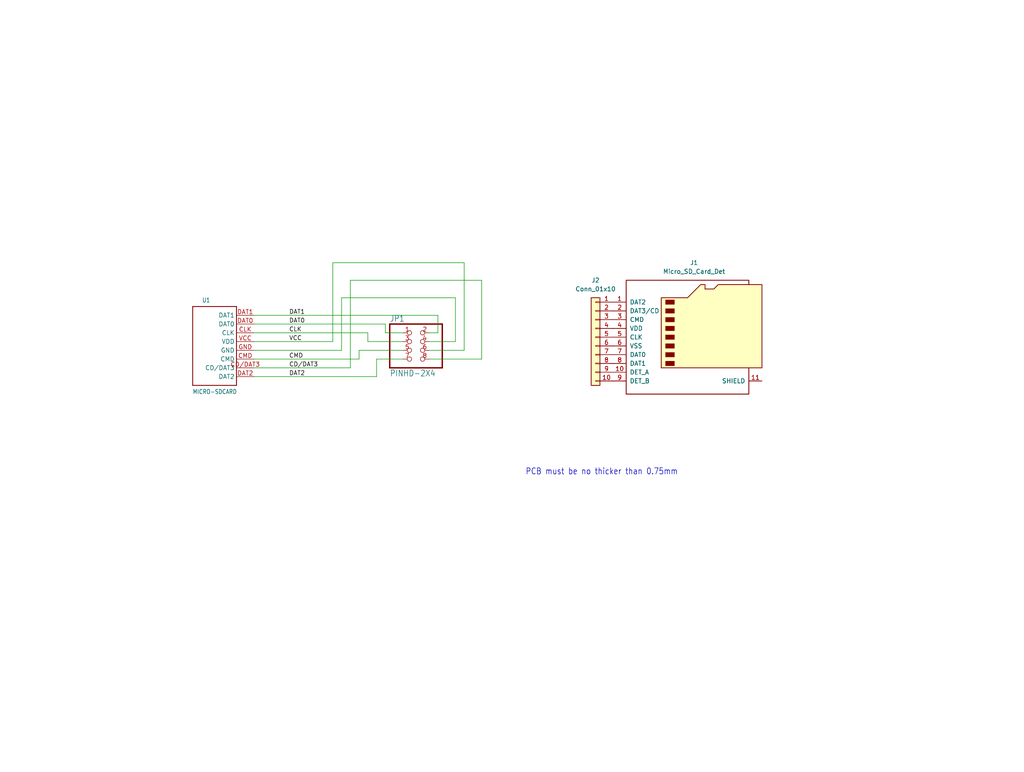
<source format=kicad_sch>
(kicad_sch
	(version 20231120)
	(generator "eeschema")
	(generator_version "8.0")
	(uuid "472e94c0-a898-4fa7-9e12-6667bf6d7653")
	(paper "User" 297.002 223.926)
	(title_block
		(comment 1 "PCB must be no thicker than 0.75mm")
	)
	(lib_symbols
		(symbol "Connector:Micro_SD_Card_Det"
			(pin_names
				(offset 1.016)
			)
			(exclude_from_sim no)
			(in_bom yes)
			(on_board yes)
			(property "Reference" "J"
				(at -16.51 17.78 0)
				(effects
					(font
						(size 1.27 1.27)
					)
				)
			)
			(property "Value" "Micro_SD_Card_Det"
				(at 16.51 17.78 0)
				(effects
					(font
						(size 1.27 1.27)
					)
					(justify right)
				)
			)
			(property "Footprint" ""
				(at 52.07 17.78 0)
				(effects
					(font
						(size 1.27 1.27)
					)
					(hide yes)
				)
			)
			(property "Datasheet" "https://www.hirose.com/product/en/download_file/key_name/DM3/category/Catalog/doc_file_id/49662/?file_category_id=4&item_id=195&is_series=1"
				(at 0 2.54 0)
				(effects
					(font
						(size 1.27 1.27)
					)
					(hide yes)
				)
			)
			(property "Description" "Micro SD Card Socket with card detection pins"
				(at 0 0 0)
				(effects
					(font
						(size 1.27 1.27)
					)
					(hide yes)
				)
			)
			(property "ki_keywords" "connector SD microsd"
				(at 0 0 0)
				(effects
					(font
						(size 1.27 1.27)
					)
					(hide yes)
				)
			)
			(property "ki_fp_filters" "microSD*"
				(at 0 0 0)
				(effects
					(font
						(size 1.27 1.27)
					)
					(hide yes)
				)
			)
			(symbol "Micro_SD_Card_Det_0_1"
				(rectangle
					(start -7.62 -6.985)
					(end -5.08 -8.255)
					(stroke
						(width 0)
						(type default)
					)
					(fill
						(type outline)
					)
				)
				(rectangle
					(start -7.62 -4.445)
					(end -5.08 -5.715)
					(stroke
						(width 0)
						(type default)
					)
					(fill
						(type outline)
					)
				)
				(rectangle
					(start -7.62 -1.905)
					(end -5.08 -3.175)
					(stroke
						(width 0)
						(type default)
					)
					(fill
						(type outline)
					)
				)
				(rectangle
					(start -7.62 0.635)
					(end -5.08 -0.635)
					(stroke
						(width 0)
						(type default)
					)
					(fill
						(type outline)
					)
				)
				(rectangle
					(start -7.62 3.175)
					(end -5.08 1.905)
					(stroke
						(width 0)
						(type default)
					)
					(fill
						(type outline)
					)
				)
				(rectangle
					(start -7.62 5.715)
					(end -5.08 4.445)
					(stroke
						(width 0)
						(type default)
					)
					(fill
						(type outline)
					)
				)
				(rectangle
					(start -7.62 8.255)
					(end -5.08 6.985)
					(stroke
						(width 0)
						(type default)
					)
					(fill
						(type outline)
					)
				)
				(rectangle
					(start -7.62 10.795)
					(end -5.08 9.525)
					(stroke
						(width 0)
						(type default)
					)
					(fill
						(type outline)
					)
				)
				(polyline
					(pts
						(xy 16.51 15.24) (xy 16.51 16.51) (xy -19.05 16.51) (xy -19.05 -16.51) (xy 16.51 -16.51) (xy 16.51 -8.89)
					)
					(stroke
						(width 0.254)
						(type default)
					)
					(fill
						(type none)
					)
				)
				(polyline
					(pts
						(xy -8.89 -8.89) (xy -8.89 11.43) (xy -1.27 11.43) (xy 2.54 15.24) (xy 3.81 15.24) (xy 3.81 13.97)
						(xy 6.35 13.97) (xy 7.62 15.24) (xy 20.32 15.24) (xy 20.32 -8.89) (xy -8.89 -8.89)
					)
					(stroke
						(width 0.254)
						(type default)
					)
					(fill
						(type background)
					)
				)
			)
			(symbol "Micro_SD_Card_Det_1_1"
				(pin bidirectional line
					(at -22.86 10.16 0)
					(length 3.81)
					(name "DAT2"
						(effects
							(font
								(size 1.27 1.27)
							)
						)
					)
					(number "1"
						(effects
							(font
								(size 1.27 1.27)
							)
						)
					)
				)
				(pin passive line
					(at -22.86 -10.16 0)
					(length 3.81)
					(name "DET_A"
						(effects
							(font
								(size 1.27 1.27)
							)
						)
					)
					(number "10"
						(effects
							(font
								(size 1.27 1.27)
							)
						)
					)
				)
				(pin passive line
					(at 20.32 -12.7 180)
					(length 3.81)
					(name "SHIELD"
						(effects
							(font
								(size 1.27 1.27)
							)
						)
					)
					(number "11"
						(effects
							(font
								(size 1.27 1.27)
							)
						)
					)
				)
				(pin bidirectional line
					(at -22.86 7.62 0)
					(length 3.81)
					(name "DAT3/CD"
						(effects
							(font
								(size 1.27 1.27)
							)
						)
					)
					(number "2"
						(effects
							(font
								(size 1.27 1.27)
							)
						)
					)
				)
				(pin input line
					(at -22.86 5.08 0)
					(length 3.81)
					(name "CMD"
						(effects
							(font
								(size 1.27 1.27)
							)
						)
					)
					(number "3"
						(effects
							(font
								(size 1.27 1.27)
							)
						)
					)
				)
				(pin power_in line
					(at -22.86 2.54 0)
					(length 3.81)
					(name "VDD"
						(effects
							(font
								(size 1.27 1.27)
							)
						)
					)
					(number "4"
						(effects
							(font
								(size 1.27 1.27)
							)
						)
					)
				)
				(pin input line
					(at -22.86 0 0)
					(length 3.81)
					(name "CLK"
						(effects
							(font
								(size 1.27 1.27)
							)
						)
					)
					(number "5"
						(effects
							(font
								(size 1.27 1.27)
							)
						)
					)
				)
				(pin power_in line
					(at -22.86 -2.54 0)
					(length 3.81)
					(name "VSS"
						(effects
							(font
								(size 1.27 1.27)
							)
						)
					)
					(number "6"
						(effects
							(font
								(size 1.27 1.27)
							)
						)
					)
				)
				(pin bidirectional line
					(at -22.86 -5.08 0)
					(length 3.81)
					(name "DAT0"
						(effects
							(font
								(size 1.27 1.27)
							)
						)
					)
					(number "7"
						(effects
							(font
								(size 1.27 1.27)
							)
						)
					)
				)
				(pin bidirectional line
					(at -22.86 -7.62 0)
					(length 3.81)
					(name "DAT1"
						(effects
							(font
								(size 1.27 1.27)
							)
						)
					)
					(number "8"
						(effects
							(font
								(size 1.27 1.27)
							)
						)
					)
				)
				(pin passive line
					(at -22.86 -12.7 0)
					(length 3.81)
					(name "DET_B"
						(effects
							(font
								(size 1.27 1.27)
							)
						)
					)
					(number "9"
						(effects
							(font
								(size 1.27 1.27)
							)
						)
					)
				)
			)
		)
		(symbol "Connector_Generic:Conn_01x10"
			(pin_names
				(offset 1.016) hide)
			(exclude_from_sim no)
			(in_bom yes)
			(on_board yes)
			(property "Reference" "J"
				(at 0 12.7 0)
				(effects
					(font
						(size 1.27 1.27)
					)
				)
			)
			(property "Value" "Conn_01x10"
				(at 0 -15.24 0)
				(effects
					(font
						(size 1.27 1.27)
					)
				)
			)
			(property "Footprint" ""
				(at 0 0 0)
				(effects
					(font
						(size 1.27 1.27)
					)
					(hide yes)
				)
			)
			(property "Datasheet" "~"
				(at 0 0 0)
				(effects
					(font
						(size 1.27 1.27)
					)
					(hide yes)
				)
			)
			(property "Description" "Generic connector, single row, 01x10, script generated (kicad-library-utils/schlib/autogen/connector/)"
				(at 0 0 0)
				(effects
					(font
						(size 1.27 1.27)
					)
					(hide yes)
				)
			)
			(property "ki_keywords" "connector"
				(at 0 0 0)
				(effects
					(font
						(size 1.27 1.27)
					)
					(hide yes)
				)
			)
			(property "ki_fp_filters" "Connector*:*_1x??_*"
				(at 0 0 0)
				(effects
					(font
						(size 1.27 1.27)
					)
					(hide yes)
				)
			)
			(symbol "Conn_01x10_1_1"
				(rectangle
					(start -1.27 -12.573)
					(end 0 -12.827)
					(stroke
						(width 0.1524)
						(type default)
					)
					(fill
						(type none)
					)
				)
				(rectangle
					(start -1.27 -10.033)
					(end 0 -10.287)
					(stroke
						(width 0.1524)
						(type default)
					)
					(fill
						(type none)
					)
				)
				(rectangle
					(start -1.27 -7.493)
					(end 0 -7.747)
					(stroke
						(width 0.1524)
						(type default)
					)
					(fill
						(type none)
					)
				)
				(rectangle
					(start -1.27 -4.953)
					(end 0 -5.207)
					(stroke
						(width 0.1524)
						(type default)
					)
					(fill
						(type none)
					)
				)
				(rectangle
					(start -1.27 -2.413)
					(end 0 -2.667)
					(stroke
						(width 0.1524)
						(type default)
					)
					(fill
						(type none)
					)
				)
				(rectangle
					(start -1.27 0.127)
					(end 0 -0.127)
					(stroke
						(width 0.1524)
						(type default)
					)
					(fill
						(type none)
					)
				)
				(rectangle
					(start -1.27 2.667)
					(end 0 2.413)
					(stroke
						(width 0.1524)
						(type default)
					)
					(fill
						(type none)
					)
				)
				(rectangle
					(start -1.27 5.207)
					(end 0 4.953)
					(stroke
						(width 0.1524)
						(type default)
					)
					(fill
						(type none)
					)
				)
				(rectangle
					(start -1.27 7.747)
					(end 0 7.493)
					(stroke
						(width 0.1524)
						(type default)
					)
					(fill
						(type none)
					)
				)
				(rectangle
					(start -1.27 10.287)
					(end 0 10.033)
					(stroke
						(width 0.1524)
						(type default)
					)
					(fill
						(type none)
					)
				)
				(rectangle
					(start -1.27 11.43)
					(end 1.27 -13.97)
					(stroke
						(width 0.254)
						(type default)
					)
					(fill
						(type background)
					)
				)
				(pin passive line
					(at -5.08 10.16 0)
					(length 3.81)
					(name "Pin_1"
						(effects
							(font
								(size 1.27 1.27)
							)
						)
					)
					(number "1"
						(effects
							(font
								(size 1.27 1.27)
							)
						)
					)
				)
				(pin passive line
					(at -5.08 -12.7 0)
					(length 3.81)
					(name "Pin_10"
						(effects
							(font
								(size 1.27 1.27)
							)
						)
					)
					(number "10"
						(effects
							(font
								(size 1.27 1.27)
							)
						)
					)
				)
				(pin passive line
					(at -5.08 7.62 0)
					(length 3.81)
					(name "Pin_2"
						(effects
							(font
								(size 1.27 1.27)
							)
						)
					)
					(number "2"
						(effects
							(font
								(size 1.27 1.27)
							)
						)
					)
				)
				(pin passive line
					(at -5.08 5.08 0)
					(length 3.81)
					(name "Pin_3"
						(effects
							(font
								(size 1.27 1.27)
							)
						)
					)
					(number "3"
						(effects
							(font
								(size 1.27 1.27)
							)
						)
					)
				)
				(pin passive line
					(at -5.08 2.54 0)
					(length 3.81)
					(name "Pin_4"
						(effects
							(font
								(size 1.27 1.27)
							)
						)
					)
					(number "4"
						(effects
							(font
								(size 1.27 1.27)
							)
						)
					)
				)
				(pin passive line
					(at -5.08 0 0)
					(length 3.81)
					(name "Pin_5"
						(effects
							(font
								(size 1.27 1.27)
							)
						)
					)
					(number "5"
						(effects
							(font
								(size 1.27 1.27)
							)
						)
					)
				)
				(pin passive line
					(at -5.08 -2.54 0)
					(length 3.81)
					(name "Pin_6"
						(effects
							(font
								(size 1.27 1.27)
							)
						)
					)
					(number "6"
						(effects
							(font
								(size 1.27 1.27)
							)
						)
					)
				)
				(pin passive line
					(at -5.08 -5.08 0)
					(length 3.81)
					(name "Pin_7"
						(effects
							(font
								(size 1.27 1.27)
							)
						)
					)
					(number "7"
						(effects
							(font
								(size 1.27 1.27)
							)
						)
					)
				)
				(pin passive line
					(at -5.08 -7.62 0)
					(length 3.81)
					(name "Pin_8"
						(effects
							(font
								(size 1.27 1.27)
							)
						)
					)
					(number "8"
						(effects
							(font
								(size 1.27 1.27)
							)
						)
					)
				)
				(pin passive line
					(at -5.08 -10.16 0)
					(length 3.81)
					(name "Pin_9"
						(effects
							(font
								(size 1.27 1.27)
							)
						)
					)
					(number "9"
						(effects
							(font
								(size 1.27 1.27)
							)
						)
					)
				)
			)
		)
		(symbol "SparkFun_MicroSD_Sniffer-eagle-import:PINHD-2X4"
			(exclude_from_sim no)
			(in_bom yes)
			(on_board yes)
			(property "Reference" "JP"
				(at -6.35 8.255 0)
				(effects
					(font
						(size 1.778 1.5113)
					)
					(justify left bottom)
				)
			)
			(property "Value" "PINHD-2X4"
				(at -6.35 -7.62 0)
				(effects
					(font
						(size 1.778 1.5113)
					)
					(justify left bottom)
				)
			)
			(property "Footprint" "SparkFun_MicroSD_Sniffer:2X04"
				(at 0 0 0)
				(effects
					(font
						(size 1.27 1.27)
					)
					(hide yes)
				)
			)
			(property "Datasheet" ""
				(at 0 0 0)
				(effects
					(font
						(size 1.27 1.27)
					)
					(hide yes)
				)
			)
			(property "Description" ""
				(at 0 0 0)
				(effects
					(font
						(size 1.27 1.27)
					)
					(hide yes)
				)
			)
			(property "ki_locked" ""
				(at 0 0 0)
				(effects
					(font
						(size 1.27 1.27)
					)
				)
			)
			(symbol "PINHD-2X4_1_0"
				(polyline
					(pts
						(xy -6.35 -5.08) (xy 8.89 -5.08)
					)
					(stroke
						(width 0.4064)
						(type default)
					)
					(fill
						(type none)
					)
				)
				(polyline
					(pts
						(xy -6.35 7.62) (xy -6.35 -5.08)
					)
					(stroke
						(width 0.4064)
						(type default)
					)
					(fill
						(type none)
					)
				)
				(polyline
					(pts
						(xy 8.89 -5.08) (xy 8.89 7.62)
					)
					(stroke
						(width 0.4064)
						(type default)
					)
					(fill
						(type none)
					)
				)
				(polyline
					(pts
						(xy 8.89 7.62) (xy -6.35 7.62)
					)
					(stroke
						(width 0.4064)
						(type default)
					)
					(fill
						(type none)
					)
				)
				(pin passive inverted
					(at -2.54 5.08 0)
					(length 2.54)
					(name "1"
						(effects
							(font
								(size 0 0)
							)
						)
					)
					(number "1"
						(effects
							(font
								(size 1.27 1.27)
							)
						)
					)
				)
				(pin passive inverted
					(at 5.08 5.08 180)
					(length 2.54)
					(name "2"
						(effects
							(font
								(size 0 0)
							)
						)
					)
					(number "2"
						(effects
							(font
								(size 1.27 1.27)
							)
						)
					)
				)
				(pin passive inverted
					(at -2.54 2.54 0)
					(length 2.54)
					(name "3"
						(effects
							(font
								(size 0 0)
							)
						)
					)
					(number "3"
						(effects
							(font
								(size 1.27 1.27)
							)
						)
					)
				)
				(pin passive inverted
					(at 5.08 2.54 180)
					(length 2.54)
					(name "4"
						(effects
							(font
								(size 0 0)
							)
						)
					)
					(number "4"
						(effects
							(font
								(size 1.27 1.27)
							)
						)
					)
				)
				(pin passive inverted
					(at -2.54 0 0)
					(length 2.54)
					(name "5"
						(effects
							(font
								(size 0 0)
							)
						)
					)
					(number "5"
						(effects
							(font
								(size 1.27 1.27)
							)
						)
					)
				)
				(pin passive inverted
					(at 5.08 0 180)
					(length 2.54)
					(name "6"
						(effects
							(font
								(size 0 0)
							)
						)
					)
					(number "6"
						(effects
							(font
								(size 1.27 1.27)
							)
						)
					)
				)
				(pin passive inverted
					(at -2.54 -2.54 0)
					(length 2.54)
					(name "7"
						(effects
							(font
								(size 0 0)
							)
						)
					)
					(number "7"
						(effects
							(font
								(size 1.27 1.27)
							)
						)
					)
				)
				(pin passive inverted
					(at 5.08 -2.54 180)
					(length 2.54)
					(name "8"
						(effects
							(font
								(size 0 0)
							)
						)
					)
					(number "8"
						(effects
							(font
								(size 1.27 1.27)
							)
						)
					)
				)
			)
		)
		(symbol "SparkFun_MicroSD_Sniffer-eagle-import:SPARKFUN_MICRO-SDCARD"
			(exclude_from_sim no)
			(in_bom yes)
			(on_board yes)
			(property "Reference" ""
				(at 5.08 25.4 0)
				(effects
					(font
						(size 1.27 1.0795)
					)
					(justify right top)
				)
			)
			(property "Value" "SPARKFUN_MICRO-SDCARD"
				(at 0 -2.54 0)
				(effects
					(font
						(size 1.27 1.0795)
					)
					(justify left bottom)
				)
			)
			(property "Footprint" "SparkFun_MicroSD_Sniffer:SPARKFUN_MICRO-SDCARD"
				(at 0 0 0)
				(effects
					(font
						(size 1.27 1.27)
					)
					(hide yes)
				)
			)
			(property "Datasheet" ""
				(at 0 0 0)
				(effects
					(font
						(size 1.27 1.27)
					)
					(hide yes)
				)
			)
			(property "Description" ""
				(at 0 0 0)
				(effects
					(font
						(size 1.27 1.27)
					)
					(hide yes)
				)
			)
			(property "ki_locked" ""
				(at 0 0 0)
				(effects
					(font
						(size 1.27 1.27)
					)
				)
			)
			(symbol "SPARKFUN_MICRO-SDCARD_1_0"
				(polyline
					(pts
						(xy 0 0) (xy 0 22.86)
					)
					(stroke
						(width 0.254)
						(type default)
					)
					(fill
						(type none)
					)
				)
				(polyline
					(pts
						(xy 0 22.86) (xy 12.7 22.86)
					)
					(stroke
						(width 0.254)
						(type default)
					)
					(fill
						(type none)
					)
				)
				(polyline
					(pts
						(xy 12.7 0) (xy 0 0)
					)
					(stroke
						(width 0.254)
						(type default)
					)
					(fill
						(type none)
					)
				)
				(polyline
					(pts
						(xy 12.7 22.86) (xy 12.7 0)
					)
					(stroke
						(width 0.254)
						(type default)
					)
					(fill
						(type none)
					)
				)
				(pin bidirectional line
					(at 17.78 5.08 180)
					(length 5.08)
					(name "CD/DAT3"
						(effects
							(font
								(size 1.27 1.27)
							)
						)
					)
					(number "CD/DAT3"
						(effects
							(font
								(size 1.27 1.27)
							)
						)
					)
				)
				(pin bidirectional line
					(at 17.78 15.24 180)
					(length 5.08)
					(name "CLK"
						(effects
							(font
								(size 1.27 1.27)
							)
						)
					)
					(number "CLK"
						(effects
							(font
								(size 1.27 1.27)
							)
						)
					)
				)
				(pin bidirectional line
					(at 17.78 7.62 180)
					(length 5.08)
					(name "CMD"
						(effects
							(font
								(size 1.27 1.27)
							)
						)
					)
					(number "CMD"
						(effects
							(font
								(size 1.27 1.27)
							)
						)
					)
				)
				(pin bidirectional line
					(at 17.78 17.78 180)
					(length 5.08)
					(name "DAT0"
						(effects
							(font
								(size 1.27 1.27)
							)
						)
					)
					(number "DAT0"
						(effects
							(font
								(size 1.27 1.27)
							)
						)
					)
				)
				(pin bidirectional line
					(at 17.78 20.32 180)
					(length 5.08)
					(name "DAT1"
						(effects
							(font
								(size 1.27 1.27)
							)
						)
					)
					(number "DAT1"
						(effects
							(font
								(size 1.27 1.27)
							)
						)
					)
				)
				(pin bidirectional line
					(at 17.78 2.54 180)
					(length 5.08)
					(name "DAT2"
						(effects
							(font
								(size 1.27 1.27)
							)
						)
					)
					(number "DAT2"
						(effects
							(font
								(size 1.27 1.27)
							)
						)
					)
				)
				(pin bidirectional line
					(at 17.78 10.16 180)
					(length 5.08)
					(name "GND"
						(effects
							(font
								(size 1.27 1.27)
							)
						)
					)
					(number "GND"
						(effects
							(font
								(size 1.27 1.27)
							)
						)
					)
				)
				(pin bidirectional line
					(at 17.78 12.7 180)
					(length 5.08)
					(name "VDD"
						(effects
							(font
								(size 1.27 1.27)
							)
						)
					)
					(number "VCC"
						(effects
							(font
								(size 1.27 1.27)
							)
						)
					)
				)
			)
		)
	)
	(wire
		(pts
			(xy 127 91.44) (xy 127 96.52)
		)
		(stroke
			(width 0)
			(type default)
		)
		(uuid "028ac1b4-e1ed-461b-997d-aadb6b1ef972")
	)
	(wire
		(pts
			(xy 99.06 101.6) (xy 99.06 86.36)
		)
		(stroke
			(width 0)
			(type default)
		)
		(uuid "0a152b35-cee2-4ae5-98f7-8023305fb425")
	)
	(wire
		(pts
			(xy 134.62 76.2) (xy 134.62 101.6)
		)
		(stroke
			(width 0)
			(type default)
		)
		(uuid "0aa4d9f2-137f-407a-ab80-92e4471b52a7")
	)
	(wire
		(pts
			(xy 96.52 76.2) (xy 134.62 76.2)
		)
		(stroke
			(width 0)
			(type default)
		)
		(uuid "27f37be1-f41b-4f91-9608-f709ea51242b")
	)
	(wire
		(pts
			(xy 73.66 96.52) (xy 106.68 96.52)
		)
		(stroke
			(width 0)
			(type default)
		)
		(uuid "39cc8ef5-d8dd-44aa-b9d9-32d81db2ef2a")
	)
	(wire
		(pts
			(xy 116.84 96.52) (xy 111.76 96.52)
		)
		(stroke
			(width 0)
			(type default)
		)
		(uuid "55278d41-f42d-4e48-a850-2204c21d0135")
	)
	(wire
		(pts
			(xy 73.66 104.14) (xy 104.14 104.14)
		)
		(stroke
			(width 0)
			(type default)
		)
		(uuid "5b6f374d-8259-4c2b-b68d-008e47d1c5ca")
	)
	(wire
		(pts
			(xy 73.66 106.68) (xy 101.6 106.68)
		)
		(stroke
			(width 0)
			(type default)
		)
		(uuid "68749e4e-c6fe-41eb-af3a-29aeb0706aa3")
	)
	(wire
		(pts
			(xy 101.6 81.28) (xy 139.7 81.28)
		)
		(stroke
			(width 0)
			(type default)
		)
		(uuid "6ca7e4a5-7bde-4f72-a85f-5d11aea31a8e")
	)
	(wire
		(pts
			(xy 73.66 91.44) (xy 127 91.44)
		)
		(stroke
			(width 0)
			(type default)
		)
		(uuid "711d1f2b-7c6f-4406-bf53-35aa8485f67f")
	)
	(wire
		(pts
			(xy 99.06 86.36) (xy 132.08 86.36)
		)
		(stroke
			(width 0)
			(type default)
		)
		(uuid "7aa052d0-9b16-4032-98c4-1554e6486510")
	)
	(wire
		(pts
			(xy 106.68 96.52) (xy 106.68 99.06)
		)
		(stroke
			(width 0)
			(type default)
		)
		(uuid "9ff08661-8e9f-4ada-a725-f016115e7a02")
	)
	(wire
		(pts
			(xy 73.66 93.98) (xy 111.76 93.98)
		)
		(stroke
			(width 0)
			(type default)
		)
		(uuid "b7ec94eb-e377-4843-a9d4-6c4661f41afb")
	)
	(wire
		(pts
			(xy 132.08 99.06) (xy 124.46 99.06)
		)
		(stroke
			(width 0)
			(type default)
		)
		(uuid "b7f80015-e90a-4fbe-b601-45518e1720d7")
	)
	(wire
		(pts
			(xy 73.66 101.6) (xy 99.06 101.6)
		)
		(stroke
			(width 0)
			(type default)
		)
		(uuid "bd70cb30-fb80-4819-8695-036c532484ae")
	)
	(wire
		(pts
			(xy 116.84 104.14) (xy 109.22 104.14)
		)
		(stroke
			(width 0)
			(type default)
		)
		(uuid "c10cd760-64f9-42b3-84bb-c8dd72b8b1f6")
	)
	(wire
		(pts
			(xy 96.52 99.06) (xy 96.52 76.2)
		)
		(stroke
			(width 0)
			(type default)
		)
		(uuid "c5ebcd84-ea47-4584-9ce7-ad7ea72104ec")
	)
	(wire
		(pts
			(xy 109.22 109.22) (xy 109.22 104.14)
		)
		(stroke
			(width 0)
			(type default)
		)
		(uuid "cd8b3a7a-7a5c-4730-986f-909c6e35d1ed")
	)
	(wire
		(pts
			(xy 104.14 101.6) (xy 116.84 101.6)
		)
		(stroke
			(width 0)
			(type default)
		)
		(uuid "cf2ca2b8-c110-4ac7-9be4-383392984644")
	)
	(wire
		(pts
			(xy 111.76 93.98) (xy 111.76 96.52)
		)
		(stroke
			(width 0)
			(type default)
		)
		(uuid "d8249d3a-6081-432d-aa74-a584290619e8")
	)
	(wire
		(pts
			(xy 139.7 81.28) (xy 139.7 104.14)
		)
		(stroke
			(width 0)
			(type default)
		)
		(uuid "d87da4fe-21f0-4657-8205-602e9208abb8")
	)
	(wire
		(pts
			(xy 116.84 99.06) (xy 106.68 99.06)
		)
		(stroke
			(width 0)
			(type default)
		)
		(uuid "d9ad94bb-34f0-4f1a-8524-bdaeaee863fb")
	)
	(wire
		(pts
			(xy 73.66 99.06) (xy 96.52 99.06)
		)
		(stroke
			(width 0)
			(type default)
		)
		(uuid "dffd2941-2541-43ee-97a9-79a0ab15f57d")
	)
	(wire
		(pts
			(xy 73.66 109.22) (xy 109.22 109.22)
		)
		(stroke
			(width 0)
			(type default)
		)
		(uuid "e06e8aa7-e153-48c0-a9d1-a19b5089c920")
	)
	(wire
		(pts
			(xy 101.6 106.68) (xy 101.6 81.28)
		)
		(stroke
			(width 0)
			(type default)
		)
		(uuid "e78a0281-86b2-4c0d-817d-12bc27d269bb")
	)
	(wire
		(pts
			(xy 124.46 96.52) (xy 127 96.52)
		)
		(stroke
			(width 0)
			(type default)
		)
		(uuid "e84c1345-f09e-4367-a88c-c0057c80e52f")
	)
	(wire
		(pts
			(xy 104.14 104.14) (xy 104.14 101.6)
		)
		(stroke
			(width 0)
			(type default)
		)
		(uuid "ee217293-ddc6-462b-afed-e924309e0558")
	)
	(wire
		(pts
			(xy 124.46 104.14) (xy 139.7 104.14)
		)
		(stroke
			(width 0)
			(type default)
		)
		(uuid "f2c4bfc6-de7b-44b0-8929-ec4bd5cebfe1")
	)
	(wire
		(pts
			(xy 132.08 86.36) (xy 132.08 99.06)
		)
		(stroke
			(width 0)
			(type default)
		)
		(uuid "ffa3077b-4b8f-4457-b85f-2611ac6fe647")
	)
	(wire
		(pts
			(xy 134.62 101.6) (xy 124.46 101.6)
		)
		(stroke
			(width 0)
			(type default)
		)
		(uuid "ffee5a36-5bf2-4c4a-b1fe-60fb5fb6d661")
	)
	(text "PCB must be no thicker than 0.75mm"
		(exclude_from_sim no)
		(at 152.4 137.922 0)
		(effects
			(font
				(size 1.778 1.5113)
			)
			(justify left bottom)
		)
		(uuid "01338850-e9ed-4272-b85d-8d56e9298864")
	)
	(label "DAT1"
		(at 83.82 91.44 0)
		(fields_autoplaced yes)
		(effects
			(font
				(size 1.2446 1.2446)
			)
			(justify left bottom)
		)
		(uuid "01a1e18e-1544-4b7c-930a-f0329542b117")
	)
	(label "CD/DAT3"
		(at 83.82 106.68 0)
		(fields_autoplaced yes)
		(effects
			(font
				(size 1.2446 1.2446)
			)
			(justify left bottom)
		)
		(uuid "4205242e-b1c9-487a-b0b5-87d7b7c82d79")
	)
	(label "DAT0"
		(at 83.82 93.98 0)
		(fields_autoplaced yes)
		(effects
			(font
				(size 1.2446 1.2446)
			)
			(justify left bottom)
		)
		(uuid "63f8faf9-ce7a-4843-8f70-16e6659d5142")
	)
	(label "VCC"
		(at 83.82 99.06 0)
		(fields_autoplaced yes)
		(effects
			(font
				(size 1.2446 1.2446)
			)
			(justify left bottom)
		)
		(uuid "6c6c213f-0125-4841-a04e-5210f411774b")
	)
	(label "CLK"
		(at 83.82 96.52 0)
		(fields_autoplaced yes)
		(effects
			(font
				(size 1.2446 1.2446)
			)
			(justify left bottom)
		)
		(uuid "7739676f-74a4-4276-8300-a92486fee4dc")
	)
	(label "CMD"
		(at 83.82 104.14 0)
		(fields_autoplaced yes)
		(effects
			(font
				(size 1.2446 1.2446)
			)
			(justify left bottom)
		)
		(uuid "81918f47-d111-4fbd-b94f-dab2f828be4c")
	)
	(label "DAT2"
		(at 83.82 109.22 0)
		(fields_autoplaced yes)
		(effects
			(font
				(size 1.2446 1.2446)
			)
			(justify left bottom)
		)
		(uuid "dc90f27a-0582-4841-9940-0576394bdc04")
	)
	(symbol
		(lib_id "Connector:Micro_SD_Card_Det")
		(at 200.66 97.79 0)
		(unit 1)
		(exclude_from_sim no)
		(in_bom yes)
		(on_board yes)
		(dnp no)
		(fields_autoplaced yes)
		(uuid "325f33ca-3e2f-400b-a27c-dce9977a2780")
		(property "Reference" "J1"
			(at 201.295 76.2 0)
			(effects
				(font
					(size 1.27 1.27)
				)
			)
		)
		(property "Value" "Micro_SD_Card_Det"
			(at 201.295 78.74 0)
			(effects
				(font
					(size 1.27 1.27)
				)
			)
		)
		(property "Footprint" ""
			(at 252.73 80.01 0)
			(effects
				(font
					(size 1.27 1.27)
				)
				(hide yes)
			)
		)
		(property "Datasheet" "https://www.hirose.com/product/en/download_file/key_name/DM3/category/Catalog/doc_file_id/49662/?file_category_id=4&item_id=195&is_series=1"
			(at 200.66 95.25 0)
			(effects
				(font
					(size 1.27 1.27)
				)
				(hide yes)
			)
		)
		(property "Description" ""
			(at 200.66 97.79 0)
			(effects
				(font
					(size 1.27 1.27)
				)
				(hide yes)
			)
		)
		(pin "1"
			(uuid "c96fb61f-984b-4e24-874e-ad2f1e86f9d7")
		)
		(pin "10"
			(uuid "8a3381a5-19d1-47f5-85b0-cf20b0f3bb61")
		)
		(pin "11"
			(uuid "a06bd114-6488-4d22-b31a-c3a8f70a2574")
		)
		(pin "2"
			(uuid "7f9c0307-e84d-4f8a-93be-34fc4b3feb89")
		)
		(pin "3"
			(uuid "db97118a-0872-4a5d-aaa5-b35f9498f22a")
		)
		(pin "4"
			(uuid "cc93ecb4-fd7b-48b7-868d-89f294f07c27")
		)
		(pin "5"
			(uuid "b4eddc61-2cab-493a-b874-62b106cef9f4")
		)
		(pin "6"
			(uuid "7b58219a-a31d-4ba4-804a-77c6d706d8bc")
		)
		(pin "7"
			(uuid "58728297-c362-4c70-a751-4d60ffa81b1a")
		)
		(pin "8"
			(uuid "5125c4d9-cf5c-4fe5-9dc8-c939e40fcd6f")
		)
		(pin "9"
			(uuid "5f7505cc-53a6-463b-b397-33ff845b1ac0")
		)
		(instances
			(project "microsd-snipper"
				(path "/472e94c0-a898-4fa7-9e12-6667bf6d7653"
					(reference "J1")
					(unit 1)
				)
			)
		)
	)
	(symbol
		(lib_id "Connector_Generic:Conn_01x10")
		(at 172.72 97.79 0)
		(mirror y)
		(unit 1)
		(exclude_from_sim no)
		(in_bom yes)
		(on_board yes)
		(dnp no)
		(fields_autoplaced yes)
		(uuid "7fb037bb-c88f-4c06-a844-fc5128bfc5b1")
		(property "Reference" "J2"
			(at 172.72 81.28 0)
			(effects
				(font
					(size 1.27 1.27)
				)
			)
		)
		(property "Value" "Conn_01x10"
			(at 172.72 83.82 0)
			(effects
				(font
					(size 1.27 1.27)
				)
			)
		)
		(property "Footprint" "Connector_PinHeader_1.27mm:PinHeader_1x10_P1.27mm_Horizontal"
			(at 172.72 97.79 0)
			(effects
				(font
					(size 1.27 1.27)
				)
				(hide yes)
			)
		)
		(property "Datasheet" "~"
			(at 172.72 97.79 0)
			(effects
				(font
					(size 1.27 1.27)
				)
				(hide yes)
			)
		)
		(property "Description" ""
			(at 172.72 97.79 0)
			(effects
				(font
					(size 1.27 1.27)
				)
				(hide yes)
			)
		)
		(pin "1"
			(uuid "0b3a945e-9721-407b-b342-a2e8b84fc9d8")
		)
		(pin "10"
			(uuid "b17bf970-ef37-49de-bf19-63d5f4160344")
		)
		(pin "2"
			(uuid "72ebc7eb-424c-40ab-8f18-6e3e6990e205")
		)
		(pin "3"
			(uuid "33fdcafc-4b5f-4a8b-b838-e0615a480769")
		)
		(pin "4"
			(uuid "99f5ca16-8229-4e24-a785-5d978f146b92")
		)
		(pin "5"
			(uuid "6cf73750-a868-42ea-9975-33358043696f")
		)
		(pin "6"
			(uuid "7ac10795-271f-4b75-b62e-7bcb99a47b47")
		)
		(pin "7"
			(uuid "8207bf70-2ce0-46bd-8a3f-7e634f2bc90f")
		)
		(pin "8"
			(uuid "9b8db84d-7543-4e67-9956-ac64a582403d")
		)
		(pin "9"
			(uuid "0939f999-3178-4e62-9146-f1543528bf65")
		)
		(instances
			(project "microsd-snipper"
				(path "/472e94c0-a898-4fa7-9e12-6667bf6d7653"
					(reference "J2")
					(unit 1)
				)
			)
		)
	)
	(symbol
		(lib_id "SparkFun_MicroSD_Sniffer-eagle-import:PINHD-2X4")
		(at 119.38 101.6 0)
		(unit 1)
		(exclude_from_sim no)
		(in_bom yes)
		(on_board yes)
		(dnp no)
		(uuid "abee0a2f-9fba-43ed-bd4f-03e3c80e7647")
		(property "Reference" "JP1"
			(at 113.03 93.345 0)
			(effects
				(font
					(size 1.778 1.5113)
				)
				(justify left bottom)
			)
		)
		(property "Value" "PINHD-2X4"
			(at 113.03 109.22 0)
			(effects
				(font
					(size 1.778 1.5113)
				)
				(justify left bottom)
			)
		)
		(property "Footprint" "SparkFun_MicroSD_Sniffer:2X04"
			(at 119.38 101.6 0)
			(effects
				(font
					(size 1.27 1.27)
				)
				(hide yes)
			)
		)
		(property "Datasheet" ""
			(at 119.38 101.6 0)
			(effects
				(font
					(size 1.27 1.27)
				)
				(hide yes)
			)
		)
		(property "Description" ""
			(at 119.38 101.6 0)
			(effects
				(font
					(size 1.27 1.27)
				)
				(hide yes)
			)
		)
		(pin "1"
			(uuid "62415d82-40ba-4b9c-9a09-a1c3dfd66a68")
		)
		(pin "2"
			(uuid "bce5b1ac-044e-4b74-9db6-acb90b2d00f2")
		)
		(pin "3"
			(uuid "b30de638-2fd9-4098-99da-1162e6d2e91d")
		)
		(pin "4"
			(uuid "06279e58-47a9-4b33-bb57-83d7a618b3cc")
		)
		(pin "5"
			(uuid "2e0dabf9-9d03-4ae2-a692-3c4816b0e21f")
		)
		(pin "6"
			(uuid "1809bff9-7d40-4a06-bcd7-279ae832f60e")
		)
		(pin "7"
			(uuid "3c9fdb2f-ecf9-44d3-83c1-9c763d03af90")
		)
		(pin "8"
			(uuid "3a6bc91f-e221-4153-93e9-30b371cec447")
		)
		(instances
			(project "microsd-snipper"
				(path "/472e94c0-a898-4fa7-9e12-6667bf6d7653"
					(reference "JP1")
					(unit 1)
				)
			)
		)
	)
	(symbol
		(lib_id "SparkFun_MicroSD_Sniffer-eagle-import:SPARKFUN_MICRO-SDCARD")
		(at 55.88 111.76 0)
		(unit 1)
		(exclude_from_sim no)
		(in_bom yes)
		(on_board yes)
		(dnp no)
		(uuid "b5084c89-9ef9-4fc9-83c8-88e6bc8e892b")
		(property "Reference" "U1"
			(at 60.96 86.36 0)
			(effects
				(font
					(size 1.27 1.0795)
				)
				(justify right top)
			)
		)
		(property "Value" "MICRO-SDCARD"
			(at 55.88 114.3 0)
			(effects
				(font
					(size 1.27 1.0795)
				)
				(justify left bottom)
			)
		)
		(property "Footprint" "SparkFun_MicroSD_Sniffer:SPARKFUN_MICRO-SDCARD"
			(at 55.88 111.76 0)
			(effects
				(font
					(size 1.27 1.27)
				)
				(hide yes)
			)
		)
		(property "Datasheet" ""
			(at 55.88 111.76 0)
			(effects
				(font
					(size 1.27 1.27)
				)
				(hide yes)
			)
		)
		(property "Description" ""
			(at 55.88 111.76 0)
			(effects
				(font
					(size 1.27 1.27)
				)
				(hide yes)
			)
		)
		(pin "CD/DAT3"
			(uuid "2ce31869-dfa4-442d-b82c-c59ac0baaa21")
		)
		(pin "CLK"
			(uuid "10114497-f494-407b-abed-85fabc05bbd8")
		)
		(pin "CMD"
			(uuid "206fa646-d4f1-47db-8708-f40ae9f3e078")
		)
		(pin "DAT0"
			(uuid "6623e3de-2118-4923-8ec4-49e3b68e063a")
		)
		(pin "DAT1"
			(uuid "3f27385f-cbe1-45c9-ac9a-1c2672a2a35d")
		)
		(pin "DAT2"
			(uuid "723e582b-e1c6-4601-84c2-ae29b576e53a")
		)
		(pin "GND"
			(uuid "f5606098-a4b5-4eeb-9fa5-f9d99a2e7a01")
		)
		(pin "VCC"
			(uuid "6ffa4a0b-131d-4bfe-aa83-11979c841713")
		)
		(instances
			(project "microsd-snipper"
				(path "/472e94c0-a898-4fa7-9e12-6667bf6d7653"
					(reference "U1")
					(unit 1)
				)
			)
		)
	)
	(sheet_instances
		(path "/"
			(page "1")
		)
	)
)

</source>
